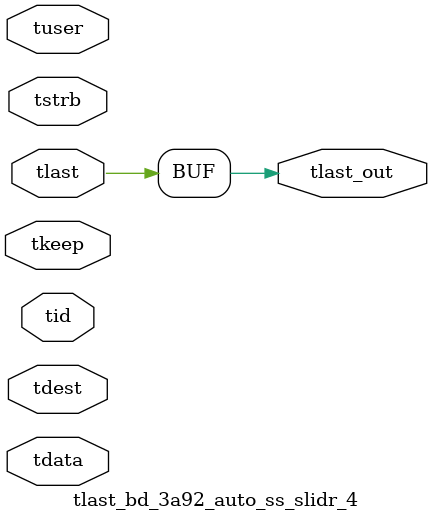
<source format=v>


`timescale 1ps/1ps

module tlast_bd_3a92_auto_ss_slidr_4 #
(
parameter C_S_AXIS_TID_WIDTH   = 1,
parameter C_S_AXIS_TUSER_WIDTH = 0,
parameter C_S_AXIS_TDATA_WIDTH = 0,
parameter C_S_AXIS_TDEST_WIDTH = 0
)
(
input  [(C_S_AXIS_TID_WIDTH   == 0 ? 1 : C_S_AXIS_TID_WIDTH)-1:0       ] tid,
input  [(C_S_AXIS_TDATA_WIDTH == 0 ? 1 : C_S_AXIS_TDATA_WIDTH)-1:0     ] tdata,
input  [(C_S_AXIS_TUSER_WIDTH == 0 ? 1 : C_S_AXIS_TUSER_WIDTH)-1:0     ] tuser,
input  [(C_S_AXIS_TDEST_WIDTH == 0 ? 1 : C_S_AXIS_TDEST_WIDTH)-1:0     ] tdest,
input  [(C_S_AXIS_TDATA_WIDTH/8)-1:0 ] tkeep,
input  [(C_S_AXIS_TDATA_WIDTH/8)-1:0 ] tstrb,
input  [0:0]                                                             tlast,
output                                                                   tlast_out
);

assign tlast_out = {tlast};

endmodule


</source>
